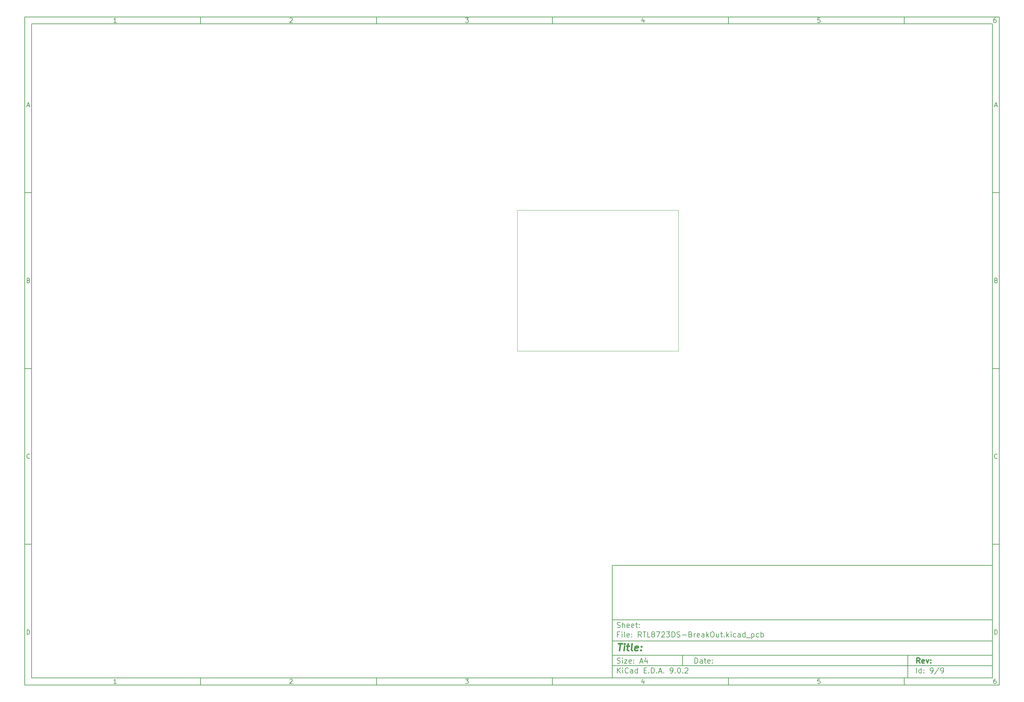
<source format=gm1>
G04 #@! TF.GenerationSoftware,KiCad,Pcbnew,9.0.2*
G04 #@! TF.CreationDate,2025-07-17T00:51:24+08:00*
G04 #@! TF.ProjectId,RTL8723DS-BreakOut,52544c38-3732-4334-9453-2d427265616b,rev?*
G04 #@! TF.SameCoordinates,Original*
G04 #@! TF.FileFunction,Profile,NP*
%FSLAX45Y45*%
G04 Gerber Fmt 4.5, Leading zero omitted, Abs format (unit mm)*
G04 Created by KiCad (PCBNEW 9.0.2) date 2025-07-17 00:51:24*
%MOMM*%
%LPD*%
G01*
G04 APERTURE LIST*
%ADD10C,0.100000*%
%ADD11C,0.150000*%
%ADD12C,0.300000*%
%ADD13C,0.400000*%
G04 #@! TA.AperFunction,Profile*
%ADD14C,0.100000*%
G04 #@! TD*
G04 APERTURE END LIST*
D10*
D11*
X17700220Y-16600720D02*
X28500220Y-16600720D01*
X28500220Y-19800720D01*
X17700220Y-19800720D01*
X17700220Y-16600720D01*
D10*
D11*
X1000000Y-1000000D02*
X28700220Y-1000000D01*
X28700220Y-20000720D01*
X1000000Y-20000720D01*
X1000000Y-1000000D01*
D10*
D11*
X1200000Y-1200000D02*
X28500220Y-1200000D01*
X28500220Y-19800720D01*
X1200000Y-19800720D01*
X1200000Y-1200000D01*
D10*
D11*
X6000000Y-1200000D02*
X6000000Y-1000000D01*
D10*
D11*
X11000000Y-1200000D02*
X11000000Y-1000000D01*
D10*
D11*
X16000000Y-1200000D02*
X16000000Y-1000000D01*
D10*
D11*
X21000000Y-1200000D02*
X21000000Y-1000000D01*
D10*
D11*
X26000000Y-1200000D02*
X26000000Y-1000000D01*
D10*
D11*
X3608916Y-1159360D02*
X3534630Y-1159360D01*
X3571773Y-1159360D02*
X3571773Y-1029360D01*
X3571773Y-1029360D02*
X3559392Y-1047932D01*
X3559392Y-1047932D02*
X3547011Y-1060313D01*
X3547011Y-1060313D02*
X3534630Y-1066503D01*
D10*
D11*
X8534630Y-1041741D02*
X8540821Y-1035551D01*
X8540821Y-1035551D02*
X8553202Y-1029360D01*
X8553202Y-1029360D02*
X8584154Y-1029360D01*
X8584154Y-1029360D02*
X8596535Y-1035551D01*
X8596535Y-1035551D02*
X8602726Y-1041741D01*
X8602726Y-1041741D02*
X8608916Y-1054122D01*
X8608916Y-1054122D02*
X8608916Y-1066503D01*
X8608916Y-1066503D02*
X8602726Y-1085075D01*
X8602726Y-1085075D02*
X8528440Y-1159360D01*
X8528440Y-1159360D02*
X8608916Y-1159360D01*
D10*
D11*
X13528440Y-1029360D02*
X13608916Y-1029360D01*
X13608916Y-1029360D02*
X13565583Y-1078884D01*
X13565583Y-1078884D02*
X13584154Y-1078884D01*
X13584154Y-1078884D02*
X13596535Y-1085075D01*
X13596535Y-1085075D02*
X13602725Y-1091265D01*
X13602725Y-1091265D02*
X13608916Y-1103646D01*
X13608916Y-1103646D02*
X13608916Y-1134599D01*
X13608916Y-1134599D02*
X13602725Y-1146980D01*
X13602725Y-1146980D02*
X13596535Y-1153170D01*
X13596535Y-1153170D02*
X13584154Y-1159360D01*
X13584154Y-1159360D02*
X13547011Y-1159360D01*
X13547011Y-1159360D02*
X13534630Y-1153170D01*
X13534630Y-1153170D02*
X13528440Y-1146980D01*
D10*
D11*
X18596535Y-1072694D02*
X18596535Y-1159360D01*
X18565583Y-1023170D02*
X18534630Y-1116027D01*
X18534630Y-1116027D02*
X18615106Y-1116027D01*
D10*
D11*
X23602725Y-1029360D02*
X23540821Y-1029360D01*
X23540821Y-1029360D02*
X23534630Y-1091265D01*
X23534630Y-1091265D02*
X23540821Y-1085075D01*
X23540821Y-1085075D02*
X23553202Y-1078884D01*
X23553202Y-1078884D02*
X23584154Y-1078884D01*
X23584154Y-1078884D02*
X23596535Y-1085075D01*
X23596535Y-1085075D02*
X23602725Y-1091265D01*
X23602725Y-1091265D02*
X23608916Y-1103646D01*
X23608916Y-1103646D02*
X23608916Y-1134599D01*
X23608916Y-1134599D02*
X23602725Y-1146980D01*
X23602725Y-1146980D02*
X23596535Y-1153170D01*
X23596535Y-1153170D02*
X23584154Y-1159360D01*
X23584154Y-1159360D02*
X23553202Y-1159360D01*
X23553202Y-1159360D02*
X23540821Y-1153170D01*
X23540821Y-1153170D02*
X23534630Y-1146980D01*
D10*
D11*
X28596535Y-1029360D02*
X28571773Y-1029360D01*
X28571773Y-1029360D02*
X28559392Y-1035551D01*
X28559392Y-1035551D02*
X28553202Y-1041741D01*
X28553202Y-1041741D02*
X28540821Y-1060313D01*
X28540821Y-1060313D02*
X28534630Y-1085075D01*
X28534630Y-1085075D02*
X28534630Y-1134599D01*
X28534630Y-1134599D02*
X28540821Y-1146980D01*
X28540821Y-1146980D02*
X28547011Y-1153170D01*
X28547011Y-1153170D02*
X28559392Y-1159360D01*
X28559392Y-1159360D02*
X28584154Y-1159360D01*
X28584154Y-1159360D02*
X28596535Y-1153170D01*
X28596535Y-1153170D02*
X28602725Y-1146980D01*
X28602725Y-1146980D02*
X28608916Y-1134599D01*
X28608916Y-1134599D02*
X28608916Y-1103646D01*
X28608916Y-1103646D02*
X28602725Y-1091265D01*
X28602725Y-1091265D02*
X28596535Y-1085075D01*
X28596535Y-1085075D02*
X28584154Y-1078884D01*
X28584154Y-1078884D02*
X28559392Y-1078884D01*
X28559392Y-1078884D02*
X28547011Y-1085075D01*
X28547011Y-1085075D02*
X28540821Y-1091265D01*
X28540821Y-1091265D02*
X28534630Y-1103646D01*
D10*
D11*
X6000000Y-19800720D02*
X6000000Y-20000720D01*
D10*
D11*
X11000000Y-19800720D02*
X11000000Y-20000720D01*
D10*
D11*
X16000000Y-19800720D02*
X16000000Y-20000720D01*
D10*
D11*
X21000000Y-19800720D02*
X21000000Y-20000720D01*
D10*
D11*
X26000000Y-19800720D02*
X26000000Y-20000720D01*
D10*
D11*
X3608916Y-19960080D02*
X3534630Y-19960080D01*
X3571773Y-19960080D02*
X3571773Y-19830080D01*
X3571773Y-19830080D02*
X3559392Y-19848652D01*
X3559392Y-19848652D02*
X3547011Y-19861033D01*
X3547011Y-19861033D02*
X3534630Y-19867223D01*
D10*
D11*
X8534630Y-19842461D02*
X8540821Y-19836271D01*
X8540821Y-19836271D02*
X8553202Y-19830080D01*
X8553202Y-19830080D02*
X8584154Y-19830080D01*
X8584154Y-19830080D02*
X8596535Y-19836271D01*
X8596535Y-19836271D02*
X8602726Y-19842461D01*
X8602726Y-19842461D02*
X8608916Y-19854842D01*
X8608916Y-19854842D02*
X8608916Y-19867223D01*
X8608916Y-19867223D02*
X8602726Y-19885795D01*
X8602726Y-19885795D02*
X8528440Y-19960080D01*
X8528440Y-19960080D02*
X8608916Y-19960080D01*
D10*
D11*
X13528440Y-19830080D02*
X13608916Y-19830080D01*
X13608916Y-19830080D02*
X13565583Y-19879604D01*
X13565583Y-19879604D02*
X13584154Y-19879604D01*
X13584154Y-19879604D02*
X13596535Y-19885795D01*
X13596535Y-19885795D02*
X13602725Y-19891985D01*
X13602725Y-19891985D02*
X13608916Y-19904366D01*
X13608916Y-19904366D02*
X13608916Y-19935319D01*
X13608916Y-19935319D02*
X13602725Y-19947700D01*
X13602725Y-19947700D02*
X13596535Y-19953890D01*
X13596535Y-19953890D02*
X13584154Y-19960080D01*
X13584154Y-19960080D02*
X13547011Y-19960080D01*
X13547011Y-19960080D02*
X13534630Y-19953890D01*
X13534630Y-19953890D02*
X13528440Y-19947700D01*
D10*
D11*
X18596535Y-19873414D02*
X18596535Y-19960080D01*
X18565583Y-19823890D02*
X18534630Y-19916747D01*
X18534630Y-19916747D02*
X18615106Y-19916747D01*
D10*
D11*
X23602725Y-19830080D02*
X23540821Y-19830080D01*
X23540821Y-19830080D02*
X23534630Y-19891985D01*
X23534630Y-19891985D02*
X23540821Y-19885795D01*
X23540821Y-19885795D02*
X23553202Y-19879604D01*
X23553202Y-19879604D02*
X23584154Y-19879604D01*
X23584154Y-19879604D02*
X23596535Y-19885795D01*
X23596535Y-19885795D02*
X23602725Y-19891985D01*
X23602725Y-19891985D02*
X23608916Y-19904366D01*
X23608916Y-19904366D02*
X23608916Y-19935319D01*
X23608916Y-19935319D02*
X23602725Y-19947700D01*
X23602725Y-19947700D02*
X23596535Y-19953890D01*
X23596535Y-19953890D02*
X23584154Y-19960080D01*
X23584154Y-19960080D02*
X23553202Y-19960080D01*
X23553202Y-19960080D02*
X23540821Y-19953890D01*
X23540821Y-19953890D02*
X23534630Y-19947700D01*
D10*
D11*
X28596535Y-19830080D02*
X28571773Y-19830080D01*
X28571773Y-19830080D02*
X28559392Y-19836271D01*
X28559392Y-19836271D02*
X28553202Y-19842461D01*
X28553202Y-19842461D02*
X28540821Y-19861033D01*
X28540821Y-19861033D02*
X28534630Y-19885795D01*
X28534630Y-19885795D02*
X28534630Y-19935319D01*
X28534630Y-19935319D02*
X28540821Y-19947700D01*
X28540821Y-19947700D02*
X28547011Y-19953890D01*
X28547011Y-19953890D02*
X28559392Y-19960080D01*
X28559392Y-19960080D02*
X28584154Y-19960080D01*
X28584154Y-19960080D02*
X28596535Y-19953890D01*
X28596535Y-19953890D02*
X28602725Y-19947700D01*
X28602725Y-19947700D02*
X28608916Y-19935319D01*
X28608916Y-19935319D02*
X28608916Y-19904366D01*
X28608916Y-19904366D02*
X28602725Y-19891985D01*
X28602725Y-19891985D02*
X28596535Y-19885795D01*
X28596535Y-19885795D02*
X28584154Y-19879604D01*
X28584154Y-19879604D02*
X28559392Y-19879604D01*
X28559392Y-19879604D02*
X28547011Y-19885795D01*
X28547011Y-19885795D02*
X28540821Y-19891985D01*
X28540821Y-19891985D02*
X28534630Y-19904366D01*
D10*
D11*
X1000000Y-6000000D02*
X1200000Y-6000000D01*
D10*
D11*
X1000000Y-11000000D02*
X1200000Y-11000000D01*
D10*
D11*
X1000000Y-16000000D02*
X1200000Y-16000000D01*
D10*
D11*
X1069048Y-3522218D02*
X1130952Y-3522218D01*
X1056667Y-3559360D02*
X1100000Y-3429360D01*
X1100000Y-3429360D02*
X1143333Y-3559360D01*
D10*
D11*
X1109286Y-8491265D02*
X1127857Y-8497456D01*
X1127857Y-8497456D02*
X1134048Y-8503646D01*
X1134048Y-8503646D02*
X1140238Y-8516027D01*
X1140238Y-8516027D02*
X1140238Y-8534599D01*
X1140238Y-8534599D02*
X1134048Y-8546980D01*
X1134048Y-8546980D02*
X1127857Y-8553170D01*
X1127857Y-8553170D02*
X1115476Y-8559360D01*
X1115476Y-8559360D02*
X1065952Y-8559360D01*
X1065952Y-8559360D02*
X1065952Y-8429360D01*
X1065952Y-8429360D02*
X1109286Y-8429360D01*
X1109286Y-8429360D02*
X1121667Y-8435551D01*
X1121667Y-8435551D02*
X1127857Y-8441741D01*
X1127857Y-8441741D02*
X1134048Y-8454122D01*
X1134048Y-8454122D02*
X1134048Y-8466503D01*
X1134048Y-8466503D02*
X1127857Y-8478884D01*
X1127857Y-8478884D02*
X1121667Y-8485075D01*
X1121667Y-8485075D02*
X1109286Y-8491265D01*
X1109286Y-8491265D02*
X1065952Y-8491265D01*
D10*
D11*
X1140238Y-13546979D02*
X1134048Y-13553170D01*
X1134048Y-13553170D02*
X1115476Y-13559360D01*
X1115476Y-13559360D02*
X1103095Y-13559360D01*
X1103095Y-13559360D02*
X1084524Y-13553170D01*
X1084524Y-13553170D02*
X1072143Y-13540789D01*
X1072143Y-13540789D02*
X1065952Y-13528408D01*
X1065952Y-13528408D02*
X1059762Y-13503646D01*
X1059762Y-13503646D02*
X1059762Y-13485075D01*
X1059762Y-13485075D02*
X1065952Y-13460313D01*
X1065952Y-13460313D02*
X1072143Y-13447932D01*
X1072143Y-13447932D02*
X1084524Y-13435551D01*
X1084524Y-13435551D02*
X1103095Y-13429360D01*
X1103095Y-13429360D02*
X1115476Y-13429360D01*
X1115476Y-13429360D02*
X1134048Y-13435551D01*
X1134048Y-13435551D02*
X1140238Y-13441741D01*
D10*
D11*
X1065952Y-18559360D02*
X1065952Y-18429360D01*
X1065952Y-18429360D02*
X1096905Y-18429360D01*
X1096905Y-18429360D02*
X1115476Y-18435551D01*
X1115476Y-18435551D02*
X1127857Y-18447932D01*
X1127857Y-18447932D02*
X1134048Y-18460313D01*
X1134048Y-18460313D02*
X1140238Y-18485075D01*
X1140238Y-18485075D02*
X1140238Y-18503646D01*
X1140238Y-18503646D02*
X1134048Y-18528408D01*
X1134048Y-18528408D02*
X1127857Y-18540789D01*
X1127857Y-18540789D02*
X1115476Y-18553170D01*
X1115476Y-18553170D02*
X1096905Y-18559360D01*
X1096905Y-18559360D02*
X1065952Y-18559360D01*
D10*
D11*
X28700220Y-6000000D02*
X28500220Y-6000000D01*
D10*
D11*
X28700220Y-11000000D02*
X28500220Y-11000000D01*
D10*
D11*
X28700220Y-16000000D02*
X28500220Y-16000000D01*
D10*
D11*
X28569268Y-3522218D02*
X28631172Y-3522218D01*
X28556887Y-3559360D02*
X28600220Y-3429360D01*
X28600220Y-3429360D02*
X28643553Y-3559360D01*
D10*
D11*
X28609506Y-8491265D02*
X28628077Y-8497456D01*
X28628077Y-8497456D02*
X28634268Y-8503646D01*
X28634268Y-8503646D02*
X28640458Y-8516027D01*
X28640458Y-8516027D02*
X28640458Y-8534599D01*
X28640458Y-8534599D02*
X28634268Y-8546980D01*
X28634268Y-8546980D02*
X28628077Y-8553170D01*
X28628077Y-8553170D02*
X28615696Y-8559360D01*
X28615696Y-8559360D02*
X28566172Y-8559360D01*
X28566172Y-8559360D02*
X28566172Y-8429360D01*
X28566172Y-8429360D02*
X28609506Y-8429360D01*
X28609506Y-8429360D02*
X28621887Y-8435551D01*
X28621887Y-8435551D02*
X28628077Y-8441741D01*
X28628077Y-8441741D02*
X28634268Y-8454122D01*
X28634268Y-8454122D02*
X28634268Y-8466503D01*
X28634268Y-8466503D02*
X28628077Y-8478884D01*
X28628077Y-8478884D02*
X28621887Y-8485075D01*
X28621887Y-8485075D02*
X28609506Y-8491265D01*
X28609506Y-8491265D02*
X28566172Y-8491265D01*
D10*
D11*
X28640458Y-13546979D02*
X28634268Y-13553170D01*
X28634268Y-13553170D02*
X28615696Y-13559360D01*
X28615696Y-13559360D02*
X28603315Y-13559360D01*
X28603315Y-13559360D02*
X28584744Y-13553170D01*
X28584744Y-13553170D02*
X28572363Y-13540789D01*
X28572363Y-13540789D02*
X28566172Y-13528408D01*
X28566172Y-13528408D02*
X28559982Y-13503646D01*
X28559982Y-13503646D02*
X28559982Y-13485075D01*
X28559982Y-13485075D02*
X28566172Y-13460313D01*
X28566172Y-13460313D02*
X28572363Y-13447932D01*
X28572363Y-13447932D02*
X28584744Y-13435551D01*
X28584744Y-13435551D02*
X28603315Y-13429360D01*
X28603315Y-13429360D02*
X28615696Y-13429360D01*
X28615696Y-13429360D02*
X28634268Y-13435551D01*
X28634268Y-13435551D02*
X28640458Y-13441741D01*
D10*
D11*
X28566172Y-18559360D02*
X28566172Y-18429360D01*
X28566172Y-18429360D02*
X28597125Y-18429360D01*
X28597125Y-18429360D02*
X28615696Y-18435551D01*
X28615696Y-18435551D02*
X28628077Y-18447932D01*
X28628077Y-18447932D02*
X28634268Y-18460313D01*
X28634268Y-18460313D02*
X28640458Y-18485075D01*
X28640458Y-18485075D02*
X28640458Y-18503646D01*
X28640458Y-18503646D02*
X28634268Y-18528408D01*
X28634268Y-18528408D02*
X28628077Y-18540789D01*
X28628077Y-18540789D02*
X28615696Y-18553170D01*
X28615696Y-18553170D02*
X28597125Y-18559360D01*
X28597125Y-18559360D02*
X28566172Y-18559360D01*
D10*
D11*
X20045803Y-19379333D02*
X20045803Y-19229333D01*
X20045803Y-19229333D02*
X20081517Y-19229333D01*
X20081517Y-19229333D02*
X20102946Y-19236476D01*
X20102946Y-19236476D02*
X20117231Y-19250761D01*
X20117231Y-19250761D02*
X20124374Y-19265047D01*
X20124374Y-19265047D02*
X20131517Y-19293619D01*
X20131517Y-19293619D02*
X20131517Y-19315047D01*
X20131517Y-19315047D02*
X20124374Y-19343619D01*
X20124374Y-19343619D02*
X20117231Y-19357904D01*
X20117231Y-19357904D02*
X20102946Y-19372190D01*
X20102946Y-19372190D02*
X20081517Y-19379333D01*
X20081517Y-19379333D02*
X20045803Y-19379333D01*
X20260088Y-19379333D02*
X20260088Y-19300761D01*
X20260088Y-19300761D02*
X20252946Y-19286476D01*
X20252946Y-19286476D02*
X20238660Y-19279333D01*
X20238660Y-19279333D02*
X20210088Y-19279333D01*
X20210088Y-19279333D02*
X20195803Y-19286476D01*
X20260088Y-19372190D02*
X20245803Y-19379333D01*
X20245803Y-19379333D02*
X20210088Y-19379333D01*
X20210088Y-19379333D02*
X20195803Y-19372190D01*
X20195803Y-19372190D02*
X20188660Y-19357904D01*
X20188660Y-19357904D02*
X20188660Y-19343619D01*
X20188660Y-19343619D02*
X20195803Y-19329333D01*
X20195803Y-19329333D02*
X20210088Y-19322190D01*
X20210088Y-19322190D02*
X20245803Y-19322190D01*
X20245803Y-19322190D02*
X20260088Y-19315047D01*
X20310088Y-19279333D02*
X20367231Y-19279333D01*
X20331517Y-19229333D02*
X20331517Y-19357904D01*
X20331517Y-19357904D02*
X20338660Y-19372190D01*
X20338660Y-19372190D02*
X20352946Y-19379333D01*
X20352946Y-19379333D02*
X20367231Y-19379333D01*
X20474374Y-19372190D02*
X20460088Y-19379333D01*
X20460088Y-19379333D02*
X20431517Y-19379333D01*
X20431517Y-19379333D02*
X20417231Y-19372190D01*
X20417231Y-19372190D02*
X20410088Y-19357904D01*
X20410088Y-19357904D02*
X20410088Y-19300761D01*
X20410088Y-19300761D02*
X20417231Y-19286476D01*
X20417231Y-19286476D02*
X20431517Y-19279333D01*
X20431517Y-19279333D02*
X20460088Y-19279333D01*
X20460088Y-19279333D02*
X20474374Y-19286476D01*
X20474374Y-19286476D02*
X20481517Y-19300761D01*
X20481517Y-19300761D02*
X20481517Y-19315047D01*
X20481517Y-19315047D02*
X20410088Y-19329333D01*
X20545803Y-19365047D02*
X20552946Y-19372190D01*
X20552946Y-19372190D02*
X20545803Y-19379333D01*
X20545803Y-19379333D02*
X20538660Y-19372190D01*
X20538660Y-19372190D02*
X20545803Y-19365047D01*
X20545803Y-19365047D02*
X20545803Y-19379333D01*
X20545803Y-19286476D02*
X20552946Y-19293619D01*
X20552946Y-19293619D02*
X20545803Y-19300761D01*
X20545803Y-19300761D02*
X20538660Y-19293619D01*
X20538660Y-19293619D02*
X20545803Y-19286476D01*
X20545803Y-19286476D02*
X20545803Y-19300761D01*
D10*
D11*
X17700220Y-19450720D02*
X28500220Y-19450720D01*
D10*
D11*
X17845803Y-19659333D02*
X17845803Y-19509333D01*
X17931517Y-19659333D02*
X17867231Y-19573619D01*
X17931517Y-19509333D02*
X17845803Y-19595047D01*
X17995803Y-19659333D02*
X17995803Y-19559333D01*
X17995803Y-19509333D02*
X17988660Y-19516476D01*
X17988660Y-19516476D02*
X17995803Y-19523619D01*
X17995803Y-19523619D02*
X18002946Y-19516476D01*
X18002946Y-19516476D02*
X17995803Y-19509333D01*
X17995803Y-19509333D02*
X17995803Y-19523619D01*
X18152946Y-19645047D02*
X18145803Y-19652190D01*
X18145803Y-19652190D02*
X18124374Y-19659333D01*
X18124374Y-19659333D02*
X18110088Y-19659333D01*
X18110088Y-19659333D02*
X18088660Y-19652190D01*
X18088660Y-19652190D02*
X18074374Y-19637904D01*
X18074374Y-19637904D02*
X18067231Y-19623619D01*
X18067231Y-19623619D02*
X18060088Y-19595047D01*
X18060088Y-19595047D02*
X18060088Y-19573619D01*
X18060088Y-19573619D02*
X18067231Y-19545047D01*
X18067231Y-19545047D02*
X18074374Y-19530761D01*
X18074374Y-19530761D02*
X18088660Y-19516476D01*
X18088660Y-19516476D02*
X18110088Y-19509333D01*
X18110088Y-19509333D02*
X18124374Y-19509333D01*
X18124374Y-19509333D02*
X18145803Y-19516476D01*
X18145803Y-19516476D02*
X18152946Y-19523619D01*
X18281517Y-19659333D02*
X18281517Y-19580761D01*
X18281517Y-19580761D02*
X18274374Y-19566476D01*
X18274374Y-19566476D02*
X18260088Y-19559333D01*
X18260088Y-19559333D02*
X18231517Y-19559333D01*
X18231517Y-19559333D02*
X18217231Y-19566476D01*
X18281517Y-19652190D02*
X18267231Y-19659333D01*
X18267231Y-19659333D02*
X18231517Y-19659333D01*
X18231517Y-19659333D02*
X18217231Y-19652190D01*
X18217231Y-19652190D02*
X18210088Y-19637904D01*
X18210088Y-19637904D02*
X18210088Y-19623619D01*
X18210088Y-19623619D02*
X18217231Y-19609333D01*
X18217231Y-19609333D02*
X18231517Y-19602190D01*
X18231517Y-19602190D02*
X18267231Y-19602190D01*
X18267231Y-19602190D02*
X18281517Y-19595047D01*
X18417231Y-19659333D02*
X18417231Y-19509333D01*
X18417231Y-19652190D02*
X18402946Y-19659333D01*
X18402946Y-19659333D02*
X18374374Y-19659333D01*
X18374374Y-19659333D02*
X18360088Y-19652190D01*
X18360088Y-19652190D02*
X18352946Y-19645047D01*
X18352946Y-19645047D02*
X18345803Y-19630761D01*
X18345803Y-19630761D02*
X18345803Y-19587904D01*
X18345803Y-19587904D02*
X18352946Y-19573619D01*
X18352946Y-19573619D02*
X18360088Y-19566476D01*
X18360088Y-19566476D02*
X18374374Y-19559333D01*
X18374374Y-19559333D02*
X18402946Y-19559333D01*
X18402946Y-19559333D02*
X18417231Y-19566476D01*
X18602946Y-19580761D02*
X18652946Y-19580761D01*
X18674374Y-19659333D02*
X18602946Y-19659333D01*
X18602946Y-19659333D02*
X18602946Y-19509333D01*
X18602946Y-19509333D02*
X18674374Y-19509333D01*
X18738660Y-19645047D02*
X18745803Y-19652190D01*
X18745803Y-19652190D02*
X18738660Y-19659333D01*
X18738660Y-19659333D02*
X18731517Y-19652190D01*
X18731517Y-19652190D02*
X18738660Y-19645047D01*
X18738660Y-19645047D02*
X18738660Y-19659333D01*
X18810088Y-19659333D02*
X18810088Y-19509333D01*
X18810088Y-19509333D02*
X18845803Y-19509333D01*
X18845803Y-19509333D02*
X18867231Y-19516476D01*
X18867231Y-19516476D02*
X18881517Y-19530761D01*
X18881517Y-19530761D02*
X18888660Y-19545047D01*
X18888660Y-19545047D02*
X18895803Y-19573619D01*
X18895803Y-19573619D02*
X18895803Y-19595047D01*
X18895803Y-19595047D02*
X18888660Y-19623619D01*
X18888660Y-19623619D02*
X18881517Y-19637904D01*
X18881517Y-19637904D02*
X18867231Y-19652190D01*
X18867231Y-19652190D02*
X18845803Y-19659333D01*
X18845803Y-19659333D02*
X18810088Y-19659333D01*
X18960088Y-19645047D02*
X18967231Y-19652190D01*
X18967231Y-19652190D02*
X18960088Y-19659333D01*
X18960088Y-19659333D02*
X18952946Y-19652190D01*
X18952946Y-19652190D02*
X18960088Y-19645047D01*
X18960088Y-19645047D02*
X18960088Y-19659333D01*
X19024374Y-19616476D02*
X19095803Y-19616476D01*
X19010089Y-19659333D02*
X19060089Y-19509333D01*
X19060089Y-19509333D02*
X19110089Y-19659333D01*
X19160088Y-19645047D02*
X19167231Y-19652190D01*
X19167231Y-19652190D02*
X19160088Y-19659333D01*
X19160088Y-19659333D02*
X19152946Y-19652190D01*
X19152946Y-19652190D02*
X19160088Y-19645047D01*
X19160088Y-19645047D02*
X19160088Y-19659333D01*
X19352946Y-19659333D02*
X19381517Y-19659333D01*
X19381517Y-19659333D02*
X19395803Y-19652190D01*
X19395803Y-19652190D02*
X19402946Y-19645047D01*
X19402946Y-19645047D02*
X19417231Y-19623619D01*
X19417231Y-19623619D02*
X19424374Y-19595047D01*
X19424374Y-19595047D02*
X19424374Y-19537904D01*
X19424374Y-19537904D02*
X19417231Y-19523619D01*
X19417231Y-19523619D02*
X19410089Y-19516476D01*
X19410089Y-19516476D02*
X19395803Y-19509333D01*
X19395803Y-19509333D02*
X19367231Y-19509333D01*
X19367231Y-19509333D02*
X19352946Y-19516476D01*
X19352946Y-19516476D02*
X19345803Y-19523619D01*
X19345803Y-19523619D02*
X19338660Y-19537904D01*
X19338660Y-19537904D02*
X19338660Y-19573619D01*
X19338660Y-19573619D02*
X19345803Y-19587904D01*
X19345803Y-19587904D02*
X19352946Y-19595047D01*
X19352946Y-19595047D02*
X19367231Y-19602190D01*
X19367231Y-19602190D02*
X19395803Y-19602190D01*
X19395803Y-19602190D02*
X19410089Y-19595047D01*
X19410089Y-19595047D02*
X19417231Y-19587904D01*
X19417231Y-19587904D02*
X19424374Y-19573619D01*
X19488660Y-19645047D02*
X19495803Y-19652190D01*
X19495803Y-19652190D02*
X19488660Y-19659333D01*
X19488660Y-19659333D02*
X19481517Y-19652190D01*
X19481517Y-19652190D02*
X19488660Y-19645047D01*
X19488660Y-19645047D02*
X19488660Y-19659333D01*
X19588660Y-19509333D02*
X19602946Y-19509333D01*
X19602946Y-19509333D02*
X19617231Y-19516476D01*
X19617231Y-19516476D02*
X19624374Y-19523619D01*
X19624374Y-19523619D02*
X19631517Y-19537904D01*
X19631517Y-19537904D02*
X19638660Y-19566476D01*
X19638660Y-19566476D02*
X19638660Y-19602190D01*
X19638660Y-19602190D02*
X19631517Y-19630761D01*
X19631517Y-19630761D02*
X19624374Y-19645047D01*
X19624374Y-19645047D02*
X19617231Y-19652190D01*
X19617231Y-19652190D02*
X19602946Y-19659333D01*
X19602946Y-19659333D02*
X19588660Y-19659333D01*
X19588660Y-19659333D02*
X19574374Y-19652190D01*
X19574374Y-19652190D02*
X19567231Y-19645047D01*
X19567231Y-19645047D02*
X19560088Y-19630761D01*
X19560088Y-19630761D02*
X19552946Y-19602190D01*
X19552946Y-19602190D02*
X19552946Y-19566476D01*
X19552946Y-19566476D02*
X19560088Y-19537904D01*
X19560088Y-19537904D02*
X19567231Y-19523619D01*
X19567231Y-19523619D02*
X19574374Y-19516476D01*
X19574374Y-19516476D02*
X19588660Y-19509333D01*
X19702946Y-19645047D02*
X19710088Y-19652190D01*
X19710088Y-19652190D02*
X19702946Y-19659333D01*
X19702946Y-19659333D02*
X19695803Y-19652190D01*
X19695803Y-19652190D02*
X19702946Y-19645047D01*
X19702946Y-19645047D02*
X19702946Y-19659333D01*
X19767231Y-19523619D02*
X19774374Y-19516476D01*
X19774374Y-19516476D02*
X19788660Y-19509333D01*
X19788660Y-19509333D02*
X19824374Y-19509333D01*
X19824374Y-19509333D02*
X19838660Y-19516476D01*
X19838660Y-19516476D02*
X19845803Y-19523619D01*
X19845803Y-19523619D02*
X19852946Y-19537904D01*
X19852946Y-19537904D02*
X19852946Y-19552190D01*
X19852946Y-19552190D02*
X19845803Y-19573619D01*
X19845803Y-19573619D02*
X19760088Y-19659333D01*
X19760088Y-19659333D02*
X19852946Y-19659333D01*
D10*
D11*
X17700220Y-19150720D02*
X28500220Y-19150720D01*
D10*
D12*
X26441385Y-19378553D02*
X26391385Y-19307124D01*
X26355671Y-19378553D02*
X26355671Y-19228553D01*
X26355671Y-19228553D02*
X26412814Y-19228553D01*
X26412814Y-19228553D02*
X26427100Y-19235696D01*
X26427100Y-19235696D02*
X26434242Y-19242839D01*
X26434242Y-19242839D02*
X26441385Y-19257124D01*
X26441385Y-19257124D02*
X26441385Y-19278553D01*
X26441385Y-19278553D02*
X26434242Y-19292839D01*
X26434242Y-19292839D02*
X26427100Y-19299981D01*
X26427100Y-19299981D02*
X26412814Y-19307124D01*
X26412814Y-19307124D02*
X26355671Y-19307124D01*
X26562814Y-19371410D02*
X26548528Y-19378553D01*
X26548528Y-19378553D02*
X26519957Y-19378553D01*
X26519957Y-19378553D02*
X26505671Y-19371410D01*
X26505671Y-19371410D02*
X26498528Y-19357124D01*
X26498528Y-19357124D02*
X26498528Y-19299981D01*
X26498528Y-19299981D02*
X26505671Y-19285696D01*
X26505671Y-19285696D02*
X26519957Y-19278553D01*
X26519957Y-19278553D02*
X26548528Y-19278553D01*
X26548528Y-19278553D02*
X26562814Y-19285696D01*
X26562814Y-19285696D02*
X26569957Y-19299981D01*
X26569957Y-19299981D02*
X26569957Y-19314267D01*
X26569957Y-19314267D02*
X26498528Y-19328553D01*
X26619957Y-19278553D02*
X26655671Y-19378553D01*
X26655671Y-19378553D02*
X26691385Y-19278553D01*
X26748528Y-19364267D02*
X26755671Y-19371410D01*
X26755671Y-19371410D02*
X26748528Y-19378553D01*
X26748528Y-19378553D02*
X26741385Y-19371410D01*
X26741385Y-19371410D02*
X26748528Y-19364267D01*
X26748528Y-19364267D02*
X26748528Y-19378553D01*
X26748528Y-19285696D02*
X26755671Y-19292839D01*
X26755671Y-19292839D02*
X26748528Y-19299981D01*
X26748528Y-19299981D02*
X26741385Y-19292839D01*
X26741385Y-19292839D02*
X26748528Y-19285696D01*
X26748528Y-19285696D02*
X26748528Y-19299981D01*
D10*
D11*
X17838660Y-19372190D02*
X17860088Y-19379333D01*
X17860088Y-19379333D02*
X17895803Y-19379333D01*
X17895803Y-19379333D02*
X17910088Y-19372190D01*
X17910088Y-19372190D02*
X17917231Y-19365047D01*
X17917231Y-19365047D02*
X17924374Y-19350761D01*
X17924374Y-19350761D02*
X17924374Y-19336476D01*
X17924374Y-19336476D02*
X17917231Y-19322190D01*
X17917231Y-19322190D02*
X17910088Y-19315047D01*
X17910088Y-19315047D02*
X17895803Y-19307904D01*
X17895803Y-19307904D02*
X17867231Y-19300761D01*
X17867231Y-19300761D02*
X17852946Y-19293619D01*
X17852946Y-19293619D02*
X17845803Y-19286476D01*
X17845803Y-19286476D02*
X17838660Y-19272190D01*
X17838660Y-19272190D02*
X17838660Y-19257904D01*
X17838660Y-19257904D02*
X17845803Y-19243619D01*
X17845803Y-19243619D02*
X17852946Y-19236476D01*
X17852946Y-19236476D02*
X17867231Y-19229333D01*
X17867231Y-19229333D02*
X17902946Y-19229333D01*
X17902946Y-19229333D02*
X17924374Y-19236476D01*
X17988660Y-19379333D02*
X17988660Y-19279333D01*
X17988660Y-19229333D02*
X17981517Y-19236476D01*
X17981517Y-19236476D02*
X17988660Y-19243619D01*
X17988660Y-19243619D02*
X17995803Y-19236476D01*
X17995803Y-19236476D02*
X17988660Y-19229333D01*
X17988660Y-19229333D02*
X17988660Y-19243619D01*
X18045803Y-19279333D02*
X18124374Y-19279333D01*
X18124374Y-19279333D02*
X18045803Y-19379333D01*
X18045803Y-19379333D02*
X18124374Y-19379333D01*
X18238660Y-19372190D02*
X18224374Y-19379333D01*
X18224374Y-19379333D02*
X18195803Y-19379333D01*
X18195803Y-19379333D02*
X18181517Y-19372190D01*
X18181517Y-19372190D02*
X18174374Y-19357904D01*
X18174374Y-19357904D02*
X18174374Y-19300761D01*
X18174374Y-19300761D02*
X18181517Y-19286476D01*
X18181517Y-19286476D02*
X18195803Y-19279333D01*
X18195803Y-19279333D02*
X18224374Y-19279333D01*
X18224374Y-19279333D02*
X18238660Y-19286476D01*
X18238660Y-19286476D02*
X18245803Y-19300761D01*
X18245803Y-19300761D02*
X18245803Y-19315047D01*
X18245803Y-19315047D02*
X18174374Y-19329333D01*
X18310088Y-19365047D02*
X18317231Y-19372190D01*
X18317231Y-19372190D02*
X18310088Y-19379333D01*
X18310088Y-19379333D02*
X18302946Y-19372190D01*
X18302946Y-19372190D02*
X18310088Y-19365047D01*
X18310088Y-19365047D02*
X18310088Y-19379333D01*
X18310088Y-19286476D02*
X18317231Y-19293619D01*
X18317231Y-19293619D02*
X18310088Y-19300761D01*
X18310088Y-19300761D02*
X18302946Y-19293619D01*
X18302946Y-19293619D02*
X18310088Y-19286476D01*
X18310088Y-19286476D02*
X18310088Y-19300761D01*
X18488660Y-19336476D02*
X18560088Y-19336476D01*
X18474374Y-19379333D02*
X18524374Y-19229333D01*
X18524374Y-19229333D02*
X18574374Y-19379333D01*
X18688660Y-19279333D02*
X18688660Y-19379333D01*
X18652946Y-19222190D02*
X18617231Y-19329333D01*
X18617231Y-19329333D02*
X18710088Y-19329333D01*
D10*
D11*
X26345803Y-19659333D02*
X26345803Y-19509333D01*
X26481517Y-19659333D02*
X26481517Y-19509333D01*
X26481517Y-19652190D02*
X26467231Y-19659333D01*
X26467231Y-19659333D02*
X26438660Y-19659333D01*
X26438660Y-19659333D02*
X26424374Y-19652190D01*
X26424374Y-19652190D02*
X26417231Y-19645047D01*
X26417231Y-19645047D02*
X26410088Y-19630761D01*
X26410088Y-19630761D02*
X26410088Y-19587904D01*
X26410088Y-19587904D02*
X26417231Y-19573619D01*
X26417231Y-19573619D02*
X26424374Y-19566476D01*
X26424374Y-19566476D02*
X26438660Y-19559333D01*
X26438660Y-19559333D02*
X26467231Y-19559333D01*
X26467231Y-19559333D02*
X26481517Y-19566476D01*
X26552945Y-19645047D02*
X26560088Y-19652190D01*
X26560088Y-19652190D02*
X26552945Y-19659333D01*
X26552945Y-19659333D02*
X26545803Y-19652190D01*
X26545803Y-19652190D02*
X26552945Y-19645047D01*
X26552945Y-19645047D02*
X26552945Y-19659333D01*
X26552945Y-19566476D02*
X26560088Y-19573619D01*
X26560088Y-19573619D02*
X26552945Y-19580761D01*
X26552945Y-19580761D02*
X26545803Y-19573619D01*
X26545803Y-19573619D02*
X26552945Y-19566476D01*
X26552945Y-19566476D02*
X26552945Y-19580761D01*
X26745803Y-19659333D02*
X26774374Y-19659333D01*
X26774374Y-19659333D02*
X26788660Y-19652190D01*
X26788660Y-19652190D02*
X26795803Y-19645047D01*
X26795803Y-19645047D02*
X26810088Y-19623619D01*
X26810088Y-19623619D02*
X26817231Y-19595047D01*
X26817231Y-19595047D02*
X26817231Y-19537904D01*
X26817231Y-19537904D02*
X26810088Y-19523619D01*
X26810088Y-19523619D02*
X26802946Y-19516476D01*
X26802946Y-19516476D02*
X26788660Y-19509333D01*
X26788660Y-19509333D02*
X26760088Y-19509333D01*
X26760088Y-19509333D02*
X26745803Y-19516476D01*
X26745803Y-19516476D02*
X26738660Y-19523619D01*
X26738660Y-19523619D02*
X26731517Y-19537904D01*
X26731517Y-19537904D02*
X26731517Y-19573619D01*
X26731517Y-19573619D02*
X26738660Y-19587904D01*
X26738660Y-19587904D02*
X26745803Y-19595047D01*
X26745803Y-19595047D02*
X26760088Y-19602190D01*
X26760088Y-19602190D02*
X26788660Y-19602190D01*
X26788660Y-19602190D02*
X26802946Y-19595047D01*
X26802946Y-19595047D02*
X26810088Y-19587904D01*
X26810088Y-19587904D02*
X26817231Y-19573619D01*
X26988660Y-19502190D02*
X26860088Y-19695047D01*
X27045803Y-19659333D02*
X27074374Y-19659333D01*
X27074374Y-19659333D02*
X27088660Y-19652190D01*
X27088660Y-19652190D02*
X27095803Y-19645047D01*
X27095803Y-19645047D02*
X27110088Y-19623619D01*
X27110088Y-19623619D02*
X27117231Y-19595047D01*
X27117231Y-19595047D02*
X27117231Y-19537904D01*
X27117231Y-19537904D02*
X27110088Y-19523619D01*
X27110088Y-19523619D02*
X27102946Y-19516476D01*
X27102946Y-19516476D02*
X27088660Y-19509333D01*
X27088660Y-19509333D02*
X27060088Y-19509333D01*
X27060088Y-19509333D02*
X27045803Y-19516476D01*
X27045803Y-19516476D02*
X27038660Y-19523619D01*
X27038660Y-19523619D02*
X27031517Y-19537904D01*
X27031517Y-19537904D02*
X27031517Y-19573619D01*
X27031517Y-19573619D02*
X27038660Y-19587904D01*
X27038660Y-19587904D02*
X27045803Y-19595047D01*
X27045803Y-19595047D02*
X27060088Y-19602190D01*
X27060088Y-19602190D02*
X27088660Y-19602190D01*
X27088660Y-19602190D02*
X27102946Y-19595047D01*
X27102946Y-19595047D02*
X27110088Y-19587904D01*
X27110088Y-19587904D02*
X27117231Y-19573619D01*
D10*
D11*
X17700220Y-18750720D02*
X28500220Y-18750720D01*
D10*
D13*
X17869393Y-18821164D02*
X17983679Y-18821164D01*
X17901536Y-19021164D02*
X17926536Y-18821164D01*
X18025345Y-19021164D02*
X18042012Y-18887830D01*
X18050345Y-18821164D02*
X18039631Y-18830688D01*
X18039631Y-18830688D02*
X18047964Y-18840211D01*
X18047964Y-18840211D02*
X18058679Y-18830688D01*
X18058679Y-18830688D02*
X18050345Y-18821164D01*
X18050345Y-18821164D02*
X18047964Y-18840211D01*
X18108679Y-18887830D02*
X18184869Y-18887830D01*
X18145583Y-18821164D02*
X18124155Y-18992592D01*
X18124155Y-18992592D02*
X18131298Y-19011640D01*
X18131298Y-19011640D02*
X18149155Y-19021164D01*
X18149155Y-19021164D02*
X18168202Y-19021164D01*
X18263441Y-19021164D02*
X18245583Y-19011640D01*
X18245583Y-19011640D02*
X18238441Y-18992592D01*
X18238441Y-18992592D02*
X18259869Y-18821164D01*
X18417012Y-19011640D02*
X18396774Y-19021164D01*
X18396774Y-19021164D02*
X18358679Y-19021164D01*
X18358679Y-19021164D02*
X18340821Y-19011640D01*
X18340821Y-19011640D02*
X18333679Y-18992592D01*
X18333679Y-18992592D02*
X18343202Y-18916402D01*
X18343202Y-18916402D02*
X18355107Y-18897354D01*
X18355107Y-18897354D02*
X18375345Y-18887830D01*
X18375345Y-18887830D02*
X18413440Y-18887830D01*
X18413440Y-18887830D02*
X18431298Y-18897354D01*
X18431298Y-18897354D02*
X18438440Y-18916402D01*
X18438440Y-18916402D02*
X18436060Y-18935450D01*
X18436060Y-18935450D02*
X18338440Y-18954497D01*
X18513441Y-19002116D02*
X18521774Y-19011640D01*
X18521774Y-19011640D02*
X18511060Y-19021164D01*
X18511060Y-19021164D02*
X18502726Y-19011640D01*
X18502726Y-19011640D02*
X18513441Y-19002116D01*
X18513441Y-19002116D02*
X18511060Y-19021164D01*
X18526536Y-18897354D02*
X18534869Y-18906878D01*
X18534869Y-18906878D02*
X18524155Y-18916402D01*
X18524155Y-18916402D02*
X18515821Y-18906878D01*
X18515821Y-18906878D02*
X18526536Y-18897354D01*
X18526536Y-18897354D02*
X18524155Y-18916402D01*
D10*
D11*
X17895803Y-18560761D02*
X17845803Y-18560761D01*
X17845803Y-18639333D02*
X17845803Y-18489333D01*
X17845803Y-18489333D02*
X17917231Y-18489333D01*
X17974374Y-18639333D02*
X17974374Y-18539333D01*
X17974374Y-18489333D02*
X17967231Y-18496476D01*
X17967231Y-18496476D02*
X17974374Y-18503619D01*
X17974374Y-18503619D02*
X17981517Y-18496476D01*
X17981517Y-18496476D02*
X17974374Y-18489333D01*
X17974374Y-18489333D02*
X17974374Y-18503619D01*
X18067231Y-18639333D02*
X18052946Y-18632190D01*
X18052946Y-18632190D02*
X18045803Y-18617904D01*
X18045803Y-18617904D02*
X18045803Y-18489333D01*
X18181517Y-18632190D02*
X18167231Y-18639333D01*
X18167231Y-18639333D02*
X18138660Y-18639333D01*
X18138660Y-18639333D02*
X18124374Y-18632190D01*
X18124374Y-18632190D02*
X18117231Y-18617904D01*
X18117231Y-18617904D02*
X18117231Y-18560761D01*
X18117231Y-18560761D02*
X18124374Y-18546476D01*
X18124374Y-18546476D02*
X18138660Y-18539333D01*
X18138660Y-18539333D02*
X18167231Y-18539333D01*
X18167231Y-18539333D02*
X18181517Y-18546476D01*
X18181517Y-18546476D02*
X18188660Y-18560761D01*
X18188660Y-18560761D02*
X18188660Y-18575047D01*
X18188660Y-18575047D02*
X18117231Y-18589333D01*
X18252945Y-18625047D02*
X18260088Y-18632190D01*
X18260088Y-18632190D02*
X18252945Y-18639333D01*
X18252945Y-18639333D02*
X18245803Y-18632190D01*
X18245803Y-18632190D02*
X18252945Y-18625047D01*
X18252945Y-18625047D02*
X18252945Y-18639333D01*
X18252945Y-18546476D02*
X18260088Y-18553619D01*
X18260088Y-18553619D02*
X18252945Y-18560761D01*
X18252945Y-18560761D02*
X18245803Y-18553619D01*
X18245803Y-18553619D02*
X18252945Y-18546476D01*
X18252945Y-18546476D02*
X18252945Y-18560761D01*
X18524374Y-18639333D02*
X18474374Y-18567904D01*
X18438660Y-18639333D02*
X18438660Y-18489333D01*
X18438660Y-18489333D02*
X18495803Y-18489333D01*
X18495803Y-18489333D02*
X18510088Y-18496476D01*
X18510088Y-18496476D02*
X18517231Y-18503619D01*
X18517231Y-18503619D02*
X18524374Y-18517904D01*
X18524374Y-18517904D02*
X18524374Y-18539333D01*
X18524374Y-18539333D02*
X18517231Y-18553619D01*
X18517231Y-18553619D02*
X18510088Y-18560761D01*
X18510088Y-18560761D02*
X18495803Y-18567904D01*
X18495803Y-18567904D02*
X18438660Y-18567904D01*
X18567231Y-18489333D02*
X18652946Y-18489333D01*
X18610088Y-18639333D02*
X18610088Y-18489333D01*
X18774374Y-18639333D02*
X18702945Y-18639333D01*
X18702945Y-18639333D02*
X18702945Y-18489333D01*
X18845803Y-18553619D02*
X18831517Y-18546476D01*
X18831517Y-18546476D02*
X18824374Y-18539333D01*
X18824374Y-18539333D02*
X18817231Y-18525047D01*
X18817231Y-18525047D02*
X18817231Y-18517904D01*
X18817231Y-18517904D02*
X18824374Y-18503619D01*
X18824374Y-18503619D02*
X18831517Y-18496476D01*
X18831517Y-18496476D02*
X18845803Y-18489333D01*
X18845803Y-18489333D02*
X18874374Y-18489333D01*
X18874374Y-18489333D02*
X18888660Y-18496476D01*
X18888660Y-18496476D02*
X18895803Y-18503619D01*
X18895803Y-18503619D02*
X18902946Y-18517904D01*
X18902946Y-18517904D02*
X18902946Y-18525047D01*
X18902946Y-18525047D02*
X18895803Y-18539333D01*
X18895803Y-18539333D02*
X18888660Y-18546476D01*
X18888660Y-18546476D02*
X18874374Y-18553619D01*
X18874374Y-18553619D02*
X18845803Y-18553619D01*
X18845803Y-18553619D02*
X18831517Y-18560761D01*
X18831517Y-18560761D02*
X18824374Y-18567904D01*
X18824374Y-18567904D02*
X18817231Y-18582190D01*
X18817231Y-18582190D02*
X18817231Y-18610761D01*
X18817231Y-18610761D02*
X18824374Y-18625047D01*
X18824374Y-18625047D02*
X18831517Y-18632190D01*
X18831517Y-18632190D02*
X18845803Y-18639333D01*
X18845803Y-18639333D02*
X18874374Y-18639333D01*
X18874374Y-18639333D02*
X18888660Y-18632190D01*
X18888660Y-18632190D02*
X18895803Y-18625047D01*
X18895803Y-18625047D02*
X18902946Y-18610761D01*
X18902946Y-18610761D02*
X18902946Y-18582190D01*
X18902946Y-18582190D02*
X18895803Y-18567904D01*
X18895803Y-18567904D02*
X18888660Y-18560761D01*
X18888660Y-18560761D02*
X18874374Y-18553619D01*
X18952945Y-18489333D02*
X19052945Y-18489333D01*
X19052945Y-18489333D02*
X18988660Y-18639333D01*
X19102945Y-18503619D02*
X19110088Y-18496476D01*
X19110088Y-18496476D02*
X19124374Y-18489333D01*
X19124374Y-18489333D02*
X19160088Y-18489333D01*
X19160088Y-18489333D02*
X19174374Y-18496476D01*
X19174374Y-18496476D02*
X19181517Y-18503619D01*
X19181517Y-18503619D02*
X19188660Y-18517904D01*
X19188660Y-18517904D02*
X19188660Y-18532190D01*
X19188660Y-18532190D02*
X19181517Y-18553619D01*
X19181517Y-18553619D02*
X19095803Y-18639333D01*
X19095803Y-18639333D02*
X19188660Y-18639333D01*
X19238660Y-18489333D02*
X19331517Y-18489333D01*
X19331517Y-18489333D02*
X19281517Y-18546476D01*
X19281517Y-18546476D02*
X19302945Y-18546476D01*
X19302945Y-18546476D02*
X19317231Y-18553619D01*
X19317231Y-18553619D02*
X19324374Y-18560761D01*
X19324374Y-18560761D02*
X19331517Y-18575047D01*
X19331517Y-18575047D02*
X19331517Y-18610761D01*
X19331517Y-18610761D02*
X19324374Y-18625047D01*
X19324374Y-18625047D02*
X19317231Y-18632190D01*
X19317231Y-18632190D02*
X19302945Y-18639333D01*
X19302945Y-18639333D02*
X19260088Y-18639333D01*
X19260088Y-18639333D02*
X19245803Y-18632190D01*
X19245803Y-18632190D02*
X19238660Y-18625047D01*
X19395802Y-18639333D02*
X19395802Y-18489333D01*
X19395802Y-18489333D02*
X19431517Y-18489333D01*
X19431517Y-18489333D02*
X19452945Y-18496476D01*
X19452945Y-18496476D02*
X19467231Y-18510761D01*
X19467231Y-18510761D02*
X19474374Y-18525047D01*
X19474374Y-18525047D02*
X19481517Y-18553619D01*
X19481517Y-18553619D02*
X19481517Y-18575047D01*
X19481517Y-18575047D02*
X19474374Y-18603619D01*
X19474374Y-18603619D02*
X19467231Y-18617904D01*
X19467231Y-18617904D02*
X19452945Y-18632190D01*
X19452945Y-18632190D02*
X19431517Y-18639333D01*
X19431517Y-18639333D02*
X19395802Y-18639333D01*
X19538660Y-18632190D02*
X19560088Y-18639333D01*
X19560088Y-18639333D02*
X19595802Y-18639333D01*
X19595802Y-18639333D02*
X19610088Y-18632190D01*
X19610088Y-18632190D02*
X19617231Y-18625047D01*
X19617231Y-18625047D02*
X19624374Y-18610761D01*
X19624374Y-18610761D02*
X19624374Y-18596476D01*
X19624374Y-18596476D02*
X19617231Y-18582190D01*
X19617231Y-18582190D02*
X19610088Y-18575047D01*
X19610088Y-18575047D02*
X19595802Y-18567904D01*
X19595802Y-18567904D02*
X19567231Y-18560761D01*
X19567231Y-18560761D02*
X19552945Y-18553619D01*
X19552945Y-18553619D02*
X19545802Y-18546476D01*
X19545802Y-18546476D02*
X19538660Y-18532190D01*
X19538660Y-18532190D02*
X19538660Y-18517904D01*
X19538660Y-18517904D02*
X19545802Y-18503619D01*
X19545802Y-18503619D02*
X19552945Y-18496476D01*
X19552945Y-18496476D02*
X19567231Y-18489333D01*
X19567231Y-18489333D02*
X19602945Y-18489333D01*
X19602945Y-18489333D02*
X19624374Y-18496476D01*
X19688660Y-18582190D02*
X19802945Y-18582190D01*
X19924374Y-18560761D02*
X19945802Y-18567904D01*
X19945802Y-18567904D02*
X19952945Y-18575047D01*
X19952945Y-18575047D02*
X19960088Y-18589333D01*
X19960088Y-18589333D02*
X19960088Y-18610761D01*
X19960088Y-18610761D02*
X19952945Y-18625047D01*
X19952945Y-18625047D02*
X19945802Y-18632190D01*
X19945802Y-18632190D02*
X19931517Y-18639333D01*
X19931517Y-18639333D02*
X19874374Y-18639333D01*
X19874374Y-18639333D02*
X19874374Y-18489333D01*
X19874374Y-18489333D02*
X19924374Y-18489333D01*
X19924374Y-18489333D02*
X19938660Y-18496476D01*
X19938660Y-18496476D02*
X19945802Y-18503619D01*
X19945802Y-18503619D02*
X19952945Y-18517904D01*
X19952945Y-18517904D02*
X19952945Y-18532190D01*
X19952945Y-18532190D02*
X19945802Y-18546476D01*
X19945802Y-18546476D02*
X19938660Y-18553619D01*
X19938660Y-18553619D02*
X19924374Y-18560761D01*
X19924374Y-18560761D02*
X19874374Y-18560761D01*
X20024374Y-18639333D02*
X20024374Y-18539333D01*
X20024374Y-18567904D02*
X20031517Y-18553619D01*
X20031517Y-18553619D02*
X20038660Y-18546476D01*
X20038660Y-18546476D02*
X20052945Y-18539333D01*
X20052945Y-18539333D02*
X20067231Y-18539333D01*
X20174374Y-18632190D02*
X20160088Y-18639333D01*
X20160088Y-18639333D02*
X20131517Y-18639333D01*
X20131517Y-18639333D02*
X20117231Y-18632190D01*
X20117231Y-18632190D02*
X20110088Y-18617904D01*
X20110088Y-18617904D02*
X20110088Y-18560761D01*
X20110088Y-18560761D02*
X20117231Y-18546476D01*
X20117231Y-18546476D02*
X20131517Y-18539333D01*
X20131517Y-18539333D02*
X20160088Y-18539333D01*
X20160088Y-18539333D02*
X20174374Y-18546476D01*
X20174374Y-18546476D02*
X20181517Y-18560761D01*
X20181517Y-18560761D02*
X20181517Y-18575047D01*
X20181517Y-18575047D02*
X20110088Y-18589333D01*
X20310088Y-18639333D02*
X20310088Y-18560761D01*
X20310088Y-18560761D02*
X20302945Y-18546476D01*
X20302945Y-18546476D02*
X20288660Y-18539333D01*
X20288660Y-18539333D02*
X20260088Y-18539333D01*
X20260088Y-18539333D02*
X20245802Y-18546476D01*
X20310088Y-18632190D02*
X20295802Y-18639333D01*
X20295802Y-18639333D02*
X20260088Y-18639333D01*
X20260088Y-18639333D02*
X20245802Y-18632190D01*
X20245802Y-18632190D02*
X20238660Y-18617904D01*
X20238660Y-18617904D02*
X20238660Y-18603619D01*
X20238660Y-18603619D02*
X20245802Y-18589333D01*
X20245802Y-18589333D02*
X20260088Y-18582190D01*
X20260088Y-18582190D02*
X20295802Y-18582190D01*
X20295802Y-18582190D02*
X20310088Y-18575047D01*
X20381517Y-18639333D02*
X20381517Y-18489333D01*
X20395802Y-18582190D02*
X20438660Y-18639333D01*
X20438660Y-18539333D02*
X20381517Y-18596476D01*
X20531517Y-18489333D02*
X20560088Y-18489333D01*
X20560088Y-18489333D02*
X20574374Y-18496476D01*
X20574374Y-18496476D02*
X20588660Y-18510761D01*
X20588660Y-18510761D02*
X20595802Y-18539333D01*
X20595802Y-18539333D02*
X20595802Y-18589333D01*
X20595802Y-18589333D02*
X20588660Y-18617904D01*
X20588660Y-18617904D02*
X20574374Y-18632190D01*
X20574374Y-18632190D02*
X20560088Y-18639333D01*
X20560088Y-18639333D02*
X20531517Y-18639333D01*
X20531517Y-18639333D02*
X20517231Y-18632190D01*
X20517231Y-18632190D02*
X20502945Y-18617904D01*
X20502945Y-18617904D02*
X20495802Y-18589333D01*
X20495802Y-18589333D02*
X20495802Y-18539333D01*
X20495802Y-18539333D02*
X20502945Y-18510761D01*
X20502945Y-18510761D02*
X20517231Y-18496476D01*
X20517231Y-18496476D02*
X20531517Y-18489333D01*
X20724374Y-18539333D02*
X20724374Y-18639333D01*
X20660088Y-18539333D02*
X20660088Y-18617904D01*
X20660088Y-18617904D02*
X20667231Y-18632190D01*
X20667231Y-18632190D02*
X20681517Y-18639333D01*
X20681517Y-18639333D02*
X20702945Y-18639333D01*
X20702945Y-18639333D02*
X20717231Y-18632190D01*
X20717231Y-18632190D02*
X20724374Y-18625047D01*
X20774374Y-18539333D02*
X20831517Y-18539333D01*
X20795802Y-18489333D02*
X20795802Y-18617904D01*
X20795802Y-18617904D02*
X20802945Y-18632190D01*
X20802945Y-18632190D02*
X20817231Y-18639333D01*
X20817231Y-18639333D02*
X20831517Y-18639333D01*
X20881517Y-18625047D02*
X20888660Y-18632190D01*
X20888660Y-18632190D02*
X20881517Y-18639333D01*
X20881517Y-18639333D02*
X20874374Y-18632190D01*
X20874374Y-18632190D02*
X20881517Y-18625047D01*
X20881517Y-18625047D02*
X20881517Y-18639333D01*
X20952945Y-18639333D02*
X20952945Y-18489333D01*
X20967231Y-18582190D02*
X21010088Y-18639333D01*
X21010088Y-18539333D02*
X20952945Y-18596476D01*
X21074374Y-18639333D02*
X21074374Y-18539333D01*
X21074374Y-18489333D02*
X21067231Y-18496476D01*
X21067231Y-18496476D02*
X21074374Y-18503619D01*
X21074374Y-18503619D02*
X21081517Y-18496476D01*
X21081517Y-18496476D02*
X21074374Y-18489333D01*
X21074374Y-18489333D02*
X21074374Y-18503619D01*
X21210088Y-18632190D02*
X21195803Y-18639333D01*
X21195803Y-18639333D02*
X21167231Y-18639333D01*
X21167231Y-18639333D02*
X21152945Y-18632190D01*
X21152945Y-18632190D02*
X21145803Y-18625047D01*
X21145803Y-18625047D02*
X21138660Y-18610761D01*
X21138660Y-18610761D02*
X21138660Y-18567904D01*
X21138660Y-18567904D02*
X21145803Y-18553619D01*
X21145803Y-18553619D02*
X21152945Y-18546476D01*
X21152945Y-18546476D02*
X21167231Y-18539333D01*
X21167231Y-18539333D02*
X21195803Y-18539333D01*
X21195803Y-18539333D02*
X21210088Y-18546476D01*
X21338660Y-18639333D02*
X21338660Y-18560761D01*
X21338660Y-18560761D02*
X21331517Y-18546476D01*
X21331517Y-18546476D02*
X21317231Y-18539333D01*
X21317231Y-18539333D02*
X21288660Y-18539333D01*
X21288660Y-18539333D02*
X21274374Y-18546476D01*
X21338660Y-18632190D02*
X21324374Y-18639333D01*
X21324374Y-18639333D02*
X21288660Y-18639333D01*
X21288660Y-18639333D02*
X21274374Y-18632190D01*
X21274374Y-18632190D02*
X21267231Y-18617904D01*
X21267231Y-18617904D02*
X21267231Y-18603619D01*
X21267231Y-18603619D02*
X21274374Y-18589333D01*
X21274374Y-18589333D02*
X21288660Y-18582190D01*
X21288660Y-18582190D02*
X21324374Y-18582190D01*
X21324374Y-18582190D02*
X21338660Y-18575047D01*
X21474374Y-18639333D02*
X21474374Y-18489333D01*
X21474374Y-18632190D02*
X21460088Y-18639333D01*
X21460088Y-18639333D02*
X21431517Y-18639333D01*
X21431517Y-18639333D02*
X21417231Y-18632190D01*
X21417231Y-18632190D02*
X21410088Y-18625047D01*
X21410088Y-18625047D02*
X21402945Y-18610761D01*
X21402945Y-18610761D02*
X21402945Y-18567904D01*
X21402945Y-18567904D02*
X21410088Y-18553619D01*
X21410088Y-18553619D02*
X21417231Y-18546476D01*
X21417231Y-18546476D02*
X21431517Y-18539333D01*
X21431517Y-18539333D02*
X21460088Y-18539333D01*
X21460088Y-18539333D02*
X21474374Y-18546476D01*
X21510088Y-18653619D02*
X21624374Y-18653619D01*
X21660088Y-18539333D02*
X21660088Y-18689333D01*
X21660088Y-18546476D02*
X21674374Y-18539333D01*
X21674374Y-18539333D02*
X21702945Y-18539333D01*
X21702945Y-18539333D02*
X21717231Y-18546476D01*
X21717231Y-18546476D02*
X21724374Y-18553619D01*
X21724374Y-18553619D02*
X21731517Y-18567904D01*
X21731517Y-18567904D02*
X21731517Y-18610761D01*
X21731517Y-18610761D02*
X21724374Y-18625047D01*
X21724374Y-18625047D02*
X21717231Y-18632190D01*
X21717231Y-18632190D02*
X21702945Y-18639333D01*
X21702945Y-18639333D02*
X21674374Y-18639333D01*
X21674374Y-18639333D02*
X21660088Y-18632190D01*
X21860088Y-18632190D02*
X21845803Y-18639333D01*
X21845803Y-18639333D02*
X21817231Y-18639333D01*
X21817231Y-18639333D02*
X21802945Y-18632190D01*
X21802945Y-18632190D02*
X21795803Y-18625047D01*
X21795803Y-18625047D02*
X21788660Y-18610761D01*
X21788660Y-18610761D02*
X21788660Y-18567904D01*
X21788660Y-18567904D02*
X21795803Y-18553619D01*
X21795803Y-18553619D02*
X21802945Y-18546476D01*
X21802945Y-18546476D02*
X21817231Y-18539333D01*
X21817231Y-18539333D02*
X21845803Y-18539333D01*
X21845803Y-18539333D02*
X21860088Y-18546476D01*
X21924374Y-18639333D02*
X21924374Y-18489333D01*
X21924374Y-18546476D02*
X21938660Y-18539333D01*
X21938660Y-18539333D02*
X21967231Y-18539333D01*
X21967231Y-18539333D02*
X21981517Y-18546476D01*
X21981517Y-18546476D02*
X21988660Y-18553619D01*
X21988660Y-18553619D02*
X21995803Y-18567904D01*
X21995803Y-18567904D02*
X21995803Y-18610761D01*
X21995803Y-18610761D02*
X21988660Y-18625047D01*
X21988660Y-18625047D02*
X21981517Y-18632190D01*
X21981517Y-18632190D02*
X21967231Y-18639333D01*
X21967231Y-18639333D02*
X21938660Y-18639333D01*
X21938660Y-18639333D02*
X21924374Y-18632190D01*
D10*
D11*
X17700220Y-18150720D02*
X28500220Y-18150720D01*
D10*
D11*
X17838660Y-18362190D02*
X17860088Y-18369333D01*
X17860088Y-18369333D02*
X17895803Y-18369333D01*
X17895803Y-18369333D02*
X17910088Y-18362190D01*
X17910088Y-18362190D02*
X17917231Y-18355047D01*
X17917231Y-18355047D02*
X17924374Y-18340761D01*
X17924374Y-18340761D02*
X17924374Y-18326476D01*
X17924374Y-18326476D02*
X17917231Y-18312190D01*
X17917231Y-18312190D02*
X17910088Y-18305047D01*
X17910088Y-18305047D02*
X17895803Y-18297904D01*
X17895803Y-18297904D02*
X17867231Y-18290761D01*
X17867231Y-18290761D02*
X17852946Y-18283619D01*
X17852946Y-18283619D02*
X17845803Y-18276476D01*
X17845803Y-18276476D02*
X17838660Y-18262190D01*
X17838660Y-18262190D02*
X17838660Y-18247904D01*
X17838660Y-18247904D02*
X17845803Y-18233619D01*
X17845803Y-18233619D02*
X17852946Y-18226476D01*
X17852946Y-18226476D02*
X17867231Y-18219333D01*
X17867231Y-18219333D02*
X17902946Y-18219333D01*
X17902946Y-18219333D02*
X17924374Y-18226476D01*
X17988660Y-18369333D02*
X17988660Y-18219333D01*
X18052946Y-18369333D02*
X18052946Y-18290761D01*
X18052946Y-18290761D02*
X18045803Y-18276476D01*
X18045803Y-18276476D02*
X18031517Y-18269333D01*
X18031517Y-18269333D02*
X18010088Y-18269333D01*
X18010088Y-18269333D02*
X17995803Y-18276476D01*
X17995803Y-18276476D02*
X17988660Y-18283619D01*
X18181517Y-18362190D02*
X18167231Y-18369333D01*
X18167231Y-18369333D02*
X18138660Y-18369333D01*
X18138660Y-18369333D02*
X18124374Y-18362190D01*
X18124374Y-18362190D02*
X18117231Y-18347904D01*
X18117231Y-18347904D02*
X18117231Y-18290761D01*
X18117231Y-18290761D02*
X18124374Y-18276476D01*
X18124374Y-18276476D02*
X18138660Y-18269333D01*
X18138660Y-18269333D02*
X18167231Y-18269333D01*
X18167231Y-18269333D02*
X18181517Y-18276476D01*
X18181517Y-18276476D02*
X18188660Y-18290761D01*
X18188660Y-18290761D02*
X18188660Y-18305047D01*
X18188660Y-18305047D02*
X18117231Y-18319333D01*
X18310088Y-18362190D02*
X18295803Y-18369333D01*
X18295803Y-18369333D02*
X18267231Y-18369333D01*
X18267231Y-18369333D02*
X18252945Y-18362190D01*
X18252945Y-18362190D02*
X18245803Y-18347904D01*
X18245803Y-18347904D02*
X18245803Y-18290761D01*
X18245803Y-18290761D02*
X18252945Y-18276476D01*
X18252945Y-18276476D02*
X18267231Y-18269333D01*
X18267231Y-18269333D02*
X18295803Y-18269333D01*
X18295803Y-18269333D02*
X18310088Y-18276476D01*
X18310088Y-18276476D02*
X18317231Y-18290761D01*
X18317231Y-18290761D02*
X18317231Y-18305047D01*
X18317231Y-18305047D02*
X18245803Y-18319333D01*
X18360088Y-18269333D02*
X18417231Y-18269333D01*
X18381517Y-18219333D02*
X18381517Y-18347904D01*
X18381517Y-18347904D02*
X18388660Y-18362190D01*
X18388660Y-18362190D02*
X18402945Y-18369333D01*
X18402945Y-18369333D02*
X18417231Y-18369333D01*
X18467231Y-18355047D02*
X18474374Y-18362190D01*
X18474374Y-18362190D02*
X18467231Y-18369333D01*
X18467231Y-18369333D02*
X18460088Y-18362190D01*
X18460088Y-18362190D02*
X18467231Y-18355047D01*
X18467231Y-18355047D02*
X18467231Y-18369333D01*
X18467231Y-18276476D02*
X18474374Y-18283619D01*
X18474374Y-18283619D02*
X18467231Y-18290761D01*
X18467231Y-18290761D02*
X18460088Y-18283619D01*
X18460088Y-18283619D02*
X18467231Y-18276476D01*
X18467231Y-18276476D02*
X18467231Y-18290761D01*
D10*
D11*
X19700220Y-19150720D02*
X19700220Y-19450720D01*
D10*
D11*
X26100220Y-19150720D02*
X26100220Y-19800720D01*
D14*
X15000000Y-6500000D02*
X19575000Y-6500000D01*
X19575000Y-10500000D01*
X15000000Y-10500000D01*
X15000000Y-6500000D01*
M02*

</source>
